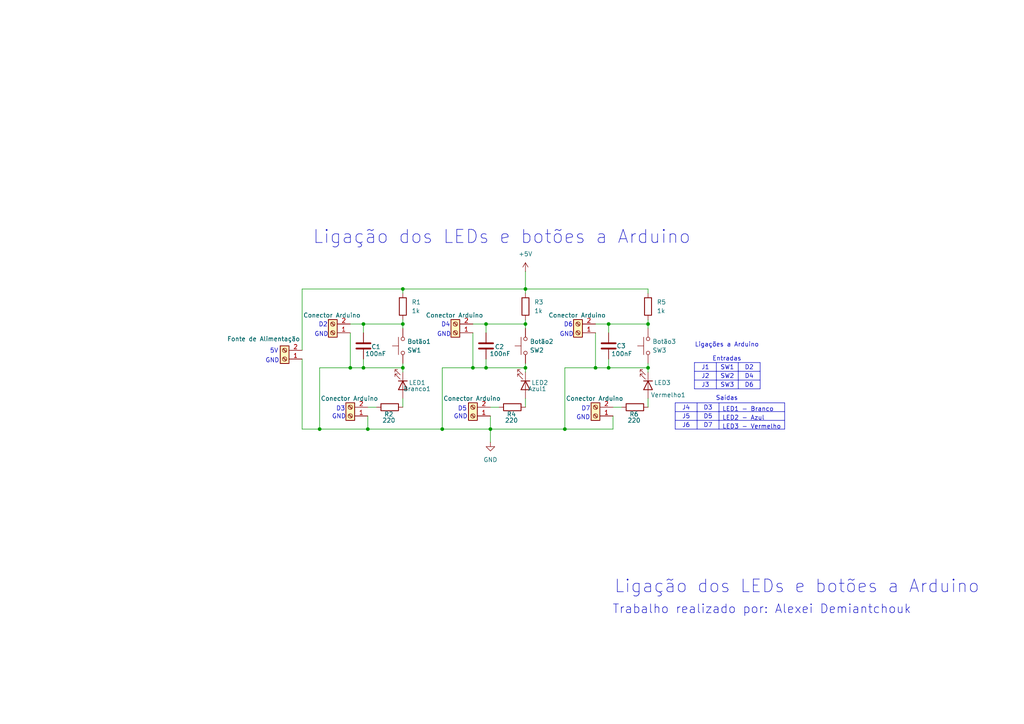
<source format=kicad_sch>
(kicad_sch
	(version 20250114)
	(generator "eeschema")
	(generator_version "9.0")
	(uuid "03a84de0-eb02-41a9-a21e-02f6fb0c87ab")
	(paper "A4")
	(title_block
		(title "Ligação dos LEDs e botões a Arduino")
		(date "07.10.2025")
		(rev "V1.0")
		(company "IEFP - Mazagão")
	)
	(lib_symbols
		(symbol "Connector:Screw_Terminal_01x02"
			(pin_names
				(offset 1.016)
				(hide yes)
			)
			(exclude_from_sim no)
			(in_bom yes)
			(on_board yes)
			(property "Reference" "J"
				(at 0 2.54 0)
				(effects
					(font
						(size 1.27 1.27)
					)
				)
			)
			(property "Value" "Screw_Terminal_01x02"
				(at 0 -5.08 0)
				(effects
					(font
						(size 1.27 1.27)
					)
				)
			)
			(property "Footprint" ""
				(at 0 0 0)
				(effects
					(font
						(size 1.27 1.27)
					)
					(hide yes)
				)
			)
			(property "Datasheet" "~"
				(at 0 0 0)
				(effects
					(font
						(size 1.27 1.27)
					)
					(hide yes)
				)
			)
			(property "Description" "Generic screw terminal, single row, 01x02, script generated (kicad-library-utils/schlib/autogen/connector/)"
				(at 0 0 0)
				(effects
					(font
						(size 1.27 1.27)
					)
					(hide yes)
				)
			)
			(property "ki_keywords" "screw terminal"
				(at 0 0 0)
				(effects
					(font
						(size 1.27 1.27)
					)
					(hide yes)
				)
			)
			(property "ki_fp_filters" "TerminalBlock*:*"
				(at 0 0 0)
				(effects
					(font
						(size 1.27 1.27)
					)
					(hide yes)
				)
			)
			(symbol "Screw_Terminal_01x02_1_1"
				(rectangle
					(start -1.27 1.27)
					(end 1.27 -3.81)
					(stroke
						(width 0.254)
						(type default)
					)
					(fill
						(type background)
					)
				)
				(polyline
					(pts
						(xy -0.5334 0.3302) (xy 0.3302 -0.508)
					)
					(stroke
						(width 0.1524)
						(type default)
					)
					(fill
						(type none)
					)
				)
				(polyline
					(pts
						(xy -0.5334 -2.2098) (xy 0.3302 -3.048)
					)
					(stroke
						(width 0.1524)
						(type default)
					)
					(fill
						(type none)
					)
				)
				(polyline
					(pts
						(xy -0.3556 0.508) (xy 0.508 -0.3302)
					)
					(stroke
						(width 0.1524)
						(type default)
					)
					(fill
						(type none)
					)
				)
				(polyline
					(pts
						(xy -0.3556 -2.032) (xy 0.508 -2.8702)
					)
					(stroke
						(width 0.1524)
						(type default)
					)
					(fill
						(type none)
					)
				)
				(circle
					(center 0 0)
					(radius 0.635)
					(stroke
						(width 0.1524)
						(type default)
					)
					(fill
						(type none)
					)
				)
				(circle
					(center 0 -2.54)
					(radius 0.635)
					(stroke
						(width 0.1524)
						(type default)
					)
					(fill
						(type none)
					)
				)
				(pin passive line
					(at -5.08 0 0)
					(length 3.81)
					(name "Pin_1"
						(effects
							(font
								(size 1.27 1.27)
							)
						)
					)
					(number "1"
						(effects
							(font
								(size 1.27 1.27)
							)
						)
					)
				)
				(pin passive line
					(at -5.08 -2.54 0)
					(length 3.81)
					(name "Pin_2"
						(effects
							(font
								(size 1.27 1.27)
							)
						)
					)
					(number "2"
						(effects
							(font
								(size 1.27 1.27)
							)
						)
					)
				)
			)
			(embedded_fonts no)
		)
		(symbol "Device:C"
			(pin_numbers
				(hide yes)
			)
			(pin_names
				(offset 0.254)
			)
			(exclude_from_sim no)
			(in_bom yes)
			(on_board yes)
			(property "Reference" "C"
				(at 0.635 2.54 0)
				(effects
					(font
						(size 1.27 1.27)
					)
					(justify left)
				)
			)
			(property "Value" "C"
				(at 0.635 -2.54 0)
				(effects
					(font
						(size 1.27 1.27)
					)
					(justify left)
				)
			)
			(property "Footprint" ""
				(at 0.9652 -3.81 0)
				(effects
					(font
						(size 1.27 1.27)
					)
					(hide yes)
				)
			)
			(property "Datasheet" "~"
				(at 0 0 0)
				(effects
					(font
						(size 1.27 1.27)
					)
					(hide yes)
				)
			)
			(property "Description" "Unpolarized capacitor"
				(at 0 0 0)
				(effects
					(font
						(size 1.27 1.27)
					)
					(hide yes)
				)
			)
			(property "ki_keywords" "cap capacitor"
				(at 0 0 0)
				(effects
					(font
						(size 1.27 1.27)
					)
					(hide yes)
				)
			)
			(property "ki_fp_filters" "C_*"
				(at 0 0 0)
				(effects
					(font
						(size 1.27 1.27)
					)
					(hide yes)
				)
			)
			(symbol "C_0_1"
				(polyline
					(pts
						(xy -2.032 0.762) (xy 2.032 0.762)
					)
					(stroke
						(width 0.508)
						(type default)
					)
					(fill
						(type none)
					)
				)
				(polyline
					(pts
						(xy -2.032 -0.762) (xy 2.032 -0.762)
					)
					(stroke
						(width 0.508)
						(type default)
					)
					(fill
						(type none)
					)
				)
			)
			(symbol "C_1_1"
				(pin passive line
					(at 0 3.81 270)
					(length 2.794)
					(name "~"
						(effects
							(font
								(size 1.27 1.27)
							)
						)
					)
					(number "1"
						(effects
							(font
								(size 1.27 1.27)
							)
						)
					)
				)
				(pin passive line
					(at 0 -3.81 90)
					(length 2.794)
					(name "~"
						(effects
							(font
								(size 1.27 1.27)
							)
						)
					)
					(number "2"
						(effects
							(font
								(size 1.27 1.27)
							)
						)
					)
				)
			)
			(embedded_fonts no)
		)
		(symbol "Device:LED"
			(pin_numbers
				(hide yes)
			)
			(pin_names
				(offset 1.016)
				(hide yes)
			)
			(exclude_from_sim no)
			(in_bom yes)
			(on_board yes)
			(property "Reference" "D"
				(at 0 2.54 0)
				(effects
					(font
						(size 1.27 1.27)
					)
				)
			)
			(property "Value" "LED"
				(at 0 -2.54 0)
				(effects
					(font
						(size 1.27 1.27)
					)
				)
			)
			(property "Footprint" ""
				(at 0 0 0)
				(effects
					(font
						(size 1.27 1.27)
					)
					(hide yes)
				)
			)
			(property "Datasheet" "~"
				(at 0 0 0)
				(effects
					(font
						(size 1.27 1.27)
					)
					(hide yes)
				)
			)
			(property "Description" "Light emitting diode"
				(at 0 0 0)
				(effects
					(font
						(size 1.27 1.27)
					)
					(hide yes)
				)
			)
			(property "Sim.Pins" "1=K 2=A"
				(at 0 0 0)
				(effects
					(font
						(size 1.27 1.27)
					)
					(hide yes)
				)
			)
			(property "ki_keywords" "LED diode"
				(at 0 0 0)
				(effects
					(font
						(size 1.27 1.27)
					)
					(hide yes)
				)
			)
			(property "ki_fp_filters" "LED* LED_SMD:* LED_THT:*"
				(at 0 0 0)
				(effects
					(font
						(size 1.27 1.27)
					)
					(hide yes)
				)
			)
			(symbol "LED_0_1"
				(polyline
					(pts
						(xy -3.048 -0.762) (xy -4.572 -2.286) (xy -3.81 -2.286) (xy -4.572 -2.286) (xy -4.572 -1.524)
					)
					(stroke
						(width 0)
						(type default)
					)
					(fill
						(type none)
					)
				)
				(polyline
					(pts
						(xy -1.778 -0.762) (xy -3.302 -2.286) (xy -2.54 -2.286) (xy -3.302 -2.286) (xy -3.302 -1.524)
					)
					(stroke
						(width 0)
						(type default)
					)
					(fill
						(type none)
					)
				)
				(polyline
					(pts
						(xy -1.27 0) (xy 1.27 0)
					)
					(stroke
						(width 0)
						(type default)
					)
					(fill
						(type none)
					)
				)
				(polyline
					(pts
						(xy -1.27 -1.27) (xy -1.27 1.27)
					)
					(stroke
						(width 0.254)
						(type default)
					)
					(fill
						(type none)
					)
				)
				(polyline
					(pts
						(xy 1.27 -1.27) (xy 1.27 1.27) (xy -1.27 0) (xy 1.27 -1.27)
					)
					(stroke
						(width 0.254)
						(type default)
					)
					(fill
						(type none)
					)
				)
			)
			(symbol "LED_1_1"
				(pin passive line
					(at -3.81 0 0)
					(length 2.54)
					(name "K"
						(effects
							(font
								(size 1.27 1.27)
							)
						)
					)
					(number "1"
						(effects
							(font
								(size 1.27 1.27)
							)
						)
					)
				)
				(pin passive line
					(at 3.81 0 180)
					(length 2.54)
					(name "A"
						(effects
							(font
								(size 1.27 1.27)
							)
						)
					)
					(number "2"
						(effects
							(font
								(size 1.27 1.27)
							)
						)
					)
				)
			)
			(embedded_fonts no)
		)
		(symbol "Device:R"
			(pin_numbers
				(hide yes)
			)
			(pin_names
				(offset 0)
			)
			(exclude_from_sim no)
			(in_bom yes)
			(on_board yes)
			(property "Reference" "R"
				(at 2.032 0 90)
				(effects
					(font
						(size 1.27 1.27)
					)
				)
			)
			(property "Value" "R"
				(at 0 0 90)
				(effects
					(font
						(size 1.27 1.27)
					)
				)
			)
			(property "Footprint" ""
				(at -1.778 0 90)
				(effects
					(font
						(size 1.27 1.27)
					)
					(hide yes)
				)
			)
			(property "Datasheet" "~"
				(at 0 0 0)
				(effects
					(font
						(size 1.27 1.27)
					)
					(hide yes)
				)
			)
			(property "Description" "Resistor"
				(at 0 0 0)
				(effects
					(font
						(size 1.27 1.27)
					)
					(hide yes)
				)
			)
			(property "ki_keywords" "R res resistor"
				(at 0 0 0)
				(effects
					(font
						(size 1.27 1.27)
					)
					(hide yes)
				)
			)
			(property "ki_fp_filters" "R_*"
				(at 0 0 0)
				(effects
					(font
						(size 1.27 1.27)
					)
					(hide yes)
				)
			)
			(symbol "R_0_1"
				(rectangle
					(start -1.016 -2.54)
					(end 1.016 2.54)
					(stroke
						(width 0.254)
						(type default)
					)
					(fill
						(type none)
					)
				)
			)
			(symbol "R_1_1"
				(pin passive line
					(at 0 3.81 270)
					(length 1.27)
					(name "~"
						(effects
							(font
								(size 1.27 1.27)
							)
						)
					)
					(number "1"
						(effects
							(font
								(size 1.27 1.27)
							)
						)
					)
				)
				(pin passive line
					(at 0 -3.81 90)
					(length 1.27)
					(name "~"
						(effects
							(font
								(size 1.27 1.27)
							)
						)
					)
					(number "2"
						(effects
							(font
								(size 1.27 1.27)
							)
						)
					)
				)
			)
			(embedded_fonts no)
		)
		(symbol "Switch:SW_Push"
			(pin_numbers
				(hide yes)
			)
			(pin_names
				(offset 1.016)
				(hide yes)
			)
			(exclude_from_sim no)
			(in_bom yes)
			(on_board yes)
			(property "Reference" "SW"
				(at 1.27 2.54 0)
				(effects
					(font
						(size 1.27 1.27)
					)
					(justify left)
				)
			)
			(property "Value" "SW_Push"
				(at 0 -1.524 0)
				(effects
					(font
						(size 1.27 1.27)
					)
				)
			)
			(property "Footprint" ""
				(at 0 5.08 0)
				(effects
					(font
						(size 1.27 1.27)
					)
					(hide yes)
				)
			)
			(property "Datasheet" "~"
				(at 0 5.08 0)
				(effects
					(font
						(size 1.27 1.27)
					)
					(hide yes)
				)
			)
			(property "Description" "Push button switch, generic, two pins"
				(at 0 0 0)
				(effects
					(font
						(size 1.27 1.27)
					)
					(hide yes)
				)
			)
			(property "ki_keywords" "switch normally-open pushbutton push-button"
				(at 0 0 0)
				(effects
					(font
						(size 1.27 1.27)
					)
					(hide yes)
				)
			)
			(symbol "SW_Push_0_1"
				(circle
					(center -2.032 0)
					(radius 0.508)
					(stroke
						(width 0)
						(type default)
					)
					(fill
						(type none)
					)
				)
				(polyline
					(pts
						(xy 0 1.27) (xy 0 3.048)
					)
					(stroke
						(width 0)
						(type default)
					)
					(fill
						(type none)
					)
				)
				(circle
					(center 2.032 0)
					(radius 0.508)
					(stroke
						(width 0)
						(type default)
					)
					(fill
						(type none)
					)
				)
				(polyline
					(pts
						(xy 2.54 1.27) (xy -2.54 1.27)
					)
					(stroke
						(width 0)
						(type default)
					)
					(fill
						(type none)
					)
				)
				(pin passive line
					(at -5.08 0 0)
					(length 2.54)
					(name "1"
						(effects
							(font
								(size 1.27 1.27)
							)
						)
					)
					(number "1"
						(effects
							(font
								(size 1.27 1.27)
							)
						)
					)
				)
				(pin passive line
					(at 5.08 0 180)
					(length 2.54)
					(name "2"
						(effects
							(font
								(size 1.27 1.27)
							)
						)
					)
					(number "2"
						(effects
							(font
								(size 1.27 1.27)
							)
						)
					)
				)
			)
			(embedded_fonts no)
		)
		(symbol "power:+5V"
			(power)
			(pin_numbers
				(hide yes)
			)
			(pin_names
				(offset 0)
				(hide yes)
			)
			(exclude_from_sim no)
			(in_bom yes)
			(on_board yes)
			(property "Reference" "#PWR"
				(at 0 -3.81 0)
				(effects
					(font
						(size 1.27 1.27)
					)
					(hide yes)
				)
			)
			(property "Value" "+5V"
				(at 0 3.556 0)
				(effects
					(font
						(size 1.27 1.27)
					)
				)
			)
			(property "Footprint" ""
				(at 0 0 0)
				(effects
					(font
						(size 1.27 1.27)
					)
					(hide yes)
				)
			)
			(property "Datasheet" ""
				(at 0 0 0)
				(effects
					(font
						(size 1.27 1.27)
					)
					(hide yes)
				)
			)
			(property "Description" "Power symbol creates a global label with name \"+5V\""
				(at 0 0 0)
				(effects
					(font
						(size 1.27 1.27)
					)
					(hide yes)
				)
			)
			(property "ki_keywords" "global power"
				(at 0 0 0)
				(effects
					(font
						(size 1.27 1.27)
					)
					(hide yes)
				)
			)
			(symbol "+5V_0_1"
				(polyline
					(pts
						(xy -0.762 1.27) (xy 0 2.54)
					)
					(stroke
						(width 0)
						(type default)
					)
					(fill
						(type none)
					)
				)
				(polyline
					(pts
						(xy 0 2.54) (xy 0.762 1.27)
					)
					(stroke
						(width 0)
						(type default)
					)
					(fill
						(type none)
					)
				)
				(polyline
					(pts
						(xy 0 0) (xy 0 2.54)
					)
					(stroke
						(width 0)
						(type default)
					)
					(fill
						(type none)
					)
				)
			)
			(symbol "+5V_1_1"
				(pin power_in line
					(at 0 0 90)
					(length 0)
					(name "~"
						(effects
							(font
								(size 1.27 1.27)
							)
						)
					)
					(number "1"
						(effects
							(font
								(size 1.27 1.27)
							)
						)
					)
				)
			)
			(embedded_fonts no)
		)
		(symbol "power:GND"
			(power)
			(pin_numbers
				(hide yes)
			)
			(pin_names
				(offset 0)
				(hide yes)
			)
			(exclude_from_sim no)
			(in_bom yes)
			(on_board yes)
			(property "Reference" "#PWR"
				(at 0 -6.35 0)
				(effects
					(font
						(size 1.27 1.27)
					)
					(hide yes)
				)
			)
			(property "Value" "GND"
				(at 0 -3.81 0)
				(effects
					(font
						(size 1.27 1.27)
					)
				)
			)
			(property "Footprint" ""
				(at 0 0 0)
				(effects
					(font
						(size 1.27 1.27)
					)
					(hide yes)
				)
			)
			(property "Datasheet" ""
				(at 0 0 0)
				(effects
					(font
						(size 1.27 1.27)
					)
					(hide yes)
				)
			)
			(property "Description" "Power symbol creates a global label with name \"GND\" , ground"
				(at 0 0 0)
				(effects
					(font
						(size 1.27 1.27)
					)
					(hide yes)
				)
			)
			(property "ki_keywords" "global power"
				(at 0 0 0)
				(effects
					(font
						(size 1.27 1.27)
					)
					(hide yes)
				)
			)
			(symbol "GND_0_1"
				(polyline
					(pts
						(xy 0 0) (xy 0 -1.27) (xy 1.27 -1.27) (xy 0 -2.54) (xy -1.27 -1.27) (xy 0 -1.27)
					)
					(stroke
						(width 0)
						(type default)
					)
					(fill
						(type none)
					)
				)
			)
			(symbol "GND_1_1"
				(pin power_in line
					(at 0 0 270)
					(length 0)
					(name "~"
						(effects
							(font
								(size 1.27 1.27)
							)
						)
					)
					(number "1"
						(effects
							(font
								(size 1.27 1.27)
							)
						)
					)
				)
			)
			(embedded_fonts no)
		)
	)
	(text "GND"
		(exclude_from_sim no)
		(at 133.604 120.904 0)
		(effects
			(font
				(size 1.27 1.27)
			)
		)
		(uuid "0e955db2-a3a7-4de4-ada6-3944f2146913")
	)
	(text "GND"
		(exclude_from_sim no)
		(at 98.298 120.904 0)
		(effects
			(font
				(size 1.27 1.27)
			)
		)
		(uuid "1a5bfe40-2822-4240-a57f-7185ce1e01bb")
	)
	(text "GND"
		(exclude_from_sim no)
		(at 164.338 97.028 0)
		(effects
			(font
				(size 1.27 1.27)
			)
		)
		(uuid "24de431a-cba8-4011-ba81-f1d05c455591")
	)
	(text "D7"
		(exclude_from_sim no)
		(at 169.926 118.618 0)
		(effects
			(font
				(size 1.27 1.27)
			)
		)
		(uuid "258c22b0-6faf-4079-85b7-9faab6b44b9e")
	)
	(text "Saídas"
		(exclude_from_sim no)
		(at 210.82 115.57 0)
		(effects
			(font
				(size 1.27 1.27)
			)
		)
		(uuid "33db9454-39d8-4e54-98ed-eb8decc0e2b2")
	)
	(text "D4"
		(exclude_from_sim no)
		(at 129.286 94.234 0)
		(effects
			(font
				(size 1.27 1.27)
			)
		)
		(uuid "372007da-87d3-4a91-9419-2c5660de76a6")
	)
	(text "D3"
		(exclude_from_sim no)
		(at 98.806 118.618 0)
		(effects
			(font
				(size 1.27 1.27)
			)
		)
		(uuid "3b928c2d-9069-4b2f-9f28-c31ca9cfe97c")
	)
	(text "GND"
		(exclude_from_sim no)
		(at 78.994 104.648 0)
		(effects
			(font
				(size 1.27 1.27)
			)
		)
		(uuid "3e741f60-272b-4046-bb81-f5f5d774ec10")
	)
	(text "GND"
		(exclude_from_sim no)
		(at 128.778 97.028 0)
		(effects
			(font
				(size 1.27 1.27)
			)
		)
		(uuid "47aa0cd2-e10a-499b-b0ec-7228b572e1c1")
	)
	(text "Ligação dos LEDs e botões a Arduino"
		(exclude_from_sim no)
		(at 231.14 170.18 0)
		(effects
			(font
				(size 3.683 3.683)
			)
		)
		(uuid "4ba1ed97-301e-43d4-8367-f00adf38ec7a")
	)
	(text "5V"
		(exclude_from_sim no)
		(at 79.502 101.854 0)
		(effects
			(font
				(size 1.27 1.27)
			)
		)
		(uuid "593b86b7-0656-4b82-91c7-61e8f0f44ec8")
	)
	(text "Ligações a Arduino"
		(exclude_from_sim no)
		(at 210.82 100.076 0)
		(effects
			(font
				(size 1.27 1.27)
			)
		)
		(uuid "60cd1de6-41ad-4472-8efe-cf183b7bcadb")
	)
	(text "Trabalho realizado por: Alexei Demiantchouk"
		(exclude_from_sim no)
		(at 220.98 176.784 0)
		(effects
			(font
				(size 2.54 2.54)
			)
		)
		(uuid "73ee063c-9c71-4bfa-a5bc-b75e22427703")
	)
	(text "D2"
		(exclude_from_sim no)
		(at 93.726 94.234 0)
		(effects
			(font
				(size 1.27 1.27)
			)
		)
		(uuid "7570f948-4e81-4fd6-873a-481114b71a75")
	)
	(text "Ligação dos LEDs e botões a Arduino"
		(exclude_from_sim no)
		(at 145.542 68.834 0)
		(effects
			(font
				(size 3.81 3.81)
			)
		)
		(uuid "80807172-c964-45d3-9071-81b602a6182a")
	)
	(text "D6"
		(exclude_from_sim no)
		(at 164.846 94.234 0)
		(effects
			(font
				(size 1.27 1.27)
			)
		)
		(uuid "a16ef7a4-0233-4db1-a692-66f427248f21")
	)
	(text "Entradas"
		(exclude_from_sim no)
		(at 210.82 104.14 0)
		(effects
			(font
				(size 1.27 1.27)
			)
		)
		(uuid "a48ead87-8b2c-498f-aeb6-47d43d47f655")
	)
	(text "D5"
		(exclude_from_sim no)
		(at 134.112 118.618 0)
		(effects
			(font
				(size 1.27 1.27)
			)
		)
		(uuid "cc48f4c9-55c4-4686-a87a-c9b755e003d7")
	)
	(text "GND"
		(exclude_from_sim no)
		(at 169.164 121.158 0)
		(effects
			(font
				(size 1.27 1.27)
			)
		)
		(uuid "e0fe2877-c090-48b1-a3f7-3bc5f3adc0f9")
	)
	(text "GND"
		(exclude_from_sim no)
		(at 93.218 97.028 0)
		(effects
			(font
				(size 1.27 1.27)
			)
		)
		(uuid "e479a4a8-68f3-449e-8149-4279146e394b")
	)
	(junction
		(at 101.6 106.68)
		(diameter 0)
		(color 0 0 0 0)
		(uuid "127d2c4f-7778-47e7-ad72-fcd87f41910c")
	)
	(junction
		(at 105.41 106.68)
		(diameter 0)
		(color 0 0 0 0)
		(uuid "187a5ab1-4cd1-482a-a5ef-8f97500380ac")
	)
	(junction
		(at 92.71 124.46)
		(diameter 0)
		(color 0 0 0 0)
		(uuid "2777770d-9559-47ed-ad79-8a6beda62eff")
	)
	(junction
		(at 163.83 124.46)
		(diameter 0)
		(color 0 0 0 0)
		(uuid "424df74d-71e9-408b-a068-e3e34c1b53c5")
	)
	(junction
		(at 172.72 106.68)
		(diameter 0)
		(color 0 0 0 0)
		(uuid "4286fad2-58b2-47b1-8d10-f243b77d20e6")
	)
	(junction
		(at 140.97 106.68)
		(diameter 0)
		(color 0 0 0 0)
		(uuid "4af86d86-3ebb-4e11-ba9b-a7d942032086")
	)
	(junction
		(at 152.4 106.68)
		(diameter 0)
		(color 0 0 0 0)
		(uuid "549e849a-8dff-49ec-8939-0abbf6ce2188")
	)
	(junction
		(at 105.41 93.98)
		(diameter 0)
		(color 0 0 0 0)
		(uuid "6fa97081-e6e6-4a12-bcec-1a7937cf74b2")
	)
	(junction
		(at 176.53 93.98)
		(diameter 0)
		(color 0 0 0 0)
		(uuid "729da6e6-1584-4f60-9aa4-05e6936b9032")
	)
	(junction
		(at 187.96 93.98)
		(diameter 0)
		(color 0 0 0 0)
		(uuid "78667854-1f66-4421-b607-028337deb5a9")
	)
	(junction
		(at 152.4 83.82)
		(diameter 0)
		(color 0 0 0 0)
		(uuid "8c638eea-47f6-4b08-8f5a-8d8ff804276a")
	)
	(junction
		(at 128.27 124.46)
		(diameter 0)
		(color 0 0 0 0)
		(uuid "8dd8fc25-15a8-4a70-a7f5-3a982cc1b694")
	)
	(junction
		(at 116.84 106.68)
		(diameter 0)
		(color 0 0 0 0)
		(uuid "abcd71cc-0859-4002-8342-a3d5d91d0286")
	)
	(junction
		(at 116.84 83.82)
		(diameter 0)
		(color 0 0 0 0)
		(uuid "b375deb0-1f37-4679-b335-46d823353e01")
	)
	(junction
		(at 187.96 106.68)
		(diameter 0)
		(color 0 0 0 0)
		(uuid "b51199ea-5372-4b8b-ae4c-b637197460d2")
	)
	(junction
		(at 142.24 124.46)
		(diameter 0)
		(color 0 0 0 0)
		(uuid "b8379122-000e-4605-9780-d612895fecbf")
	)
	(junction
		(at 137.16 106.68)
		(diameter 0)
		(color 0 0 0 0)
		(uuid "cf16e46c-54c9-49d3-b8aa-e0c93519557f")
	)
	(junction
		(at 140.97 93.98)
		(diameter 0)
		(color 0 0 0 0)
		(uuid "d2e2b010-e9b7-40ca-a855-3ab105cf1f2a")
	)
	(junction
		(at 116.84 93.98)
		(diameter 0)
		(color 0 0 0 0)
		(uuid "d78e85b6-6db4-477d-bc67-10cf38f699d3")
	)
	(junction
		(at 106.68 124.46)
		(diameter 0)
		(color 0 0 0 0)
		(uuid "e3cd970d-f596-4784-88b8-4f85a3f2f8e5")
	)
	(junction
		(at 176.53 106.68)
		(diameter 0)
		(color 0 0 0 0)
		(uuid "e48ccd86-f8a9-4974-b6df-6b76fb8765ca")
	)
	(junction
		(at 152.4 93.98)
		(diameter 0)
		(color 0 0 0 0)
		(uuid "fb9909db-e6fd-42da-9e36-660bdc93796a")
	)
	(wire
		(pts
			(xy 116.84 93.98) (xy 116.84 95.25)
		)
		(stroke
			(width 0)
			(type default)
		)
		(uuid "00083c2f-6b6e-46ef-8545-1e11398b6d3f")
	)
	(wire
		(pts
			(xy 92.71 106.68) (xy 101.6 106.68)
		)
		(stroke
			(width 0)
			(type default)
		)
		(uuid "0482fdfe-a80e-4b3f-a80c-51625231b2af")
	)
	(wire
		(pts
			(xy 172.72 93.98) (xy 176.53 93.98)
		)
		(stroke
			(width 0)
			(type default)
		)
		(uuid "07212f0e-4a2c-4bd5-8508-6f97853cde56")
	)
	(wire
		(pts
			(xy 137.16 106.68) (xy 140.97 106.68)
		)
		(stroke
			(width 0)
			(type default)
		)
		(uuid "072a806b-562f-4c63-8589-050a80ed1b7b")
	)
	(wire
		(pts
			(xy 142.24 124.46) (xy 142.24 128.27)
		)
		(stroke
			(width 0)
			(type default)
		)
		(uuid "1385f204-c4a8-41a1-ad64-ed1550ba3077")
	)
	(wire
		(pts
			(xy 177.8 118.11) (xy 180.34 118.11)
		)
		(stroke
			(width 0)
			(type default)
		)
		(uuid "1763dba4-89a3-4dbb-829f-bedc2dabf792")
	)
	(wire
		(pts
			(xy 87.63 101.6) (xy 87.63 83.82)
		)
		(stroke
			(width 0)
			(type default)
		)
		(uuid "176c941e-4c23-4a35-af51-89b0fce10947")
	)
	(wire
		(pts
			(xy 152.4 92.71) (xy 152.4 93.98)
		)
		(stroke
			(width 0)
			(type default)
		)
		(uuid "2010a5f3-9bc1-42fc-a9f4-8ffdc96790bd")
	)
	(wire
		(pts
			(xy 163.83 106.68) (xy 172.72 106.68)
		)
		(stroke
			(width 0)
			(type default)
		)
		(uuid "2baf7f03-6346-4a77-9f79-0bf8858ef01d")
	)
	(wire
		(pts
			(xy 105.41 104.14) (xy 105.41 106.68)
		)
		(stroke
			(width 0)
			(type default)
		)
		(uuid "2c848bf0-86bb-4106-98a9-c4fbd8581f8d")
	)
	(wire
		(pts
			(xy 152.4 93.98) (xy 152.4 95.25)
		)
		(stroke
			(width 0)
			(type default)
		)
		(uuid "2cfd7d5a-30f4-460d-9706-34cd874703bb")
	)
	(wire
		(pts
			(xy 176.53 96.52) (xy 176.53 93.98)
		)
		(stroke
			(width 0)
			(type default)
		)
		(uuid "2d7f6538-ad6c-4cf9-b95b-a5019394517e")
	)
	(wire
		(pts
			(xy 142.24 124.46) (xy 163.83 124.46)
		)
		(stroke
			(width 0)
			(type default)
		)
		(uuid "348e6dfc-b9d0-4ec2-945f-031c70d91bb6")
	)
	(wire
		(pts
			(xy 187.96 92.71) (xy 187.96 93.98)
		)
		(stroke
			(width 0)
			(type default)
		)
		(uuid "3e403bdf-61ab-4a6f-a4f7-de4aa835e661")
	)
	(wire
		(pts
			(xy 187.96 107.95) (xy 187.96 106.68)
		)
		(stroke
			(width 0)
			(type default)
		)
		(uuid "3ea1d327-fdbe-4b3c-ac3c-ca2e0590c98e")
	)
	(wire
		(pts
			(xy 106.68 118.11) (xy 109.22 118.11)
		)
		(stroke
			(width 0)
			(type default)
		)
		(uuid "439432f2-43e3-4fbc-b0f0-1e847f8071bb")
	)
	(wire
		(pts
			(xy 172.72 96.52) (xy 172.72 106.68)
		)
		(stroke
			(width 0)
			(type default)
		)
		(uuid "449f4ccc-8662-4ef5-8be3-80cbf2c2ef2a")
	)
	(wire
		(pts
			(xy 116.84 107.95) (xy 116.84 106.68)
		)
		(stroke
			(width 0)
			(type default)
		)
		(uuid "44d8913d-5b7a-48f4-92fb-b0df01372632")
	)
	(wire
		(pts
			(xy 101.6 93.98) (xy 105.41 93.98)
		)
		(stroke
			(width 0)
			(type default)
		)
		(uuid "4a252eaa-f721-43b6-8998-a5b9c0a3ddfc")
	)
	(wire
		(pts
			(xy 87.63 83.82) (xy 116.84 83.82)
		)
		(stroke
			(width 0)
			(type default)
		)
		(uuid "4d27eb18-4070-42a4-8cbe-02b642749036")
	)
	(wire
		(pts
			(xy 106.68 124.46) (xy 128.27 124.46)
		)
		(stroke
			(width 0)
			(type default)
		)
		(uuid "4f67cc63-6d46-4143-9b31-de322ad5e233")
	)
	(wire
		(pts
			(xy 116.84 83.82) (xy 116.84 85.09)
		)
		(stroke
			(width 0)
			(type default)
		)
		(uuid "568598d2-d63d-4e83-8cc9-de1f62c522c6")
	)
	(wire
		(pts
			(xy 137.16 93.98) (xy 140.97 93.98)
		)
		(stroke
			(width 0)
			(type default)
		)
		(uuid "5947e36d-2856-4465-9df6-77da019d216d")
	)
	(wire
		(pts
			(xy 176.53 104.14) (xy 176.53 106.68)
		)
		(stroke
			(width 0)
			(type default)
		)
		(uuid "5be27771-e7e9-4fde-8a0f-ebb051eca059")
	)
	(wire
		(pts
			(xy 187.96 93.98) (xy 187.96 95.25)
		)
		(stroke
			(width 0)
			(type default)
		)
		(uuid "5e893152-3013-452d-b55a-c1c5badc3ed1")
	)
	(wire
		(pts
			(xy 187.96 106.68) (xy 176.53 106.68)
		)
		(stroke
			(width 0)
			(type default)
		)
		(uuid "5f21daae-7cf4-41a4-9ae3-2acbd3941095")
	)
	(wire
		(pts
			(xy 172.72 106.68) (xy 176.53 106.68)
		)
		(stroke
			(width 0)
			(type default)
		)
		(uuid "6661b700-1626-4c21-8c61-1e83855b2dbf")
	)
	(wire
		(pts
			(xy 140.97 96.52) (xy 140.97 93.98)
		)
		(stroke
			(width 0)
			(type default)
		)
		(uuid "6805412b-dce5-4e69-818b-f8b61da51e9e")
	)
	(wire
		(pts
			(xy 187.96 83.82) (xy 152.4 83.82)
		)
		(stroke
			(width 0)
			(type default)
		)
		(uuid "6dbaf93e-e49e-46cc-9a33-0a65a87f76e0")
	)
	(wire
		(pts
			(xy 152.4 107.95) (xy 152.4 106.68)
		)
		(stroke
			(width 0)
			(type default)
		)
		(uuid "6dd06563-b6cb-42fd-9e93-2a97b5b475a1")
	)
	(wire
		(pts
			(xy 105.41 93.98) (xy 116.84 93.98)
		)
		(stroke
			(width 0)
			(type default)
		)
		(uuid "7a25ad0b-0d4d-4ef6-a200-48f621411020")
	)
	(wire
		(pts
			(xy 128.27 106.68) (xy 137.16 106.68)
		)
		(stroke
			(width 0)
			(type default)
		)
		(uuid "8375ab82-3be7-4089-8f9d-e61a7864d137")
	)
	(wire
		(pts
			(xy 177.8 124.46) (xy 163.83 124.46)
		)
		(stroke
			(width 0)
			(type default)
		)
		(uuid "85287d07-5996-4d20-bdcf-3783f16d6d56")
	)
	(wire
		(pts
			(xy 106.68 120.65) (xy 106.68 124.46)
		)
		(stroke
			(width 0)
			(type default)
		)
		(uuid "864f209a-f47a-490d-92d3-ce0e684cb2ac")
	)
	(wire
		(pts
			(xy 187.96 115.57) (xy 187.96 118.11)
		)
		(stroke
			(width 0)
			(type default)
		)
		(uuid "86f0b28a-ed62-4bb5-9705-c934f90fcab1")
	)
	(wire
		(pts
			(xy 116.84 92.71) (xy 116.84 93.98)
		)
		(stroke
			(width 0)
			(type default)
		)
		(uuid "89482b8b-80d4-47c0-902d-d0a83ccfb060")
	)
	(wire
		(pts
			(xy 105.41 106.68) (xy 116.84 106.68)
		)
		(stroke
			(width 0)
			(type default)
		)
		(uuid "8ed5ac54-2d22-4fbe-9b4a-d38236c15254")
	)
	(wire
		(pts
			(xy 142.24 120.65) (xy 142.24 124.46)
		)
		(stroke
			(width 0)
			(type default)
		)
		(uuid "9e5818d5-11bb-4935-b95b-a9af0584415b")
	)
	(wire
		(pts
			(xy 152.4 105.41) (xy 152.4 106.68)
		)
		(stroke
			(width 0)
			(type default)
		)
		(uuid "a45fba87-aec8-451a-8ed2-97f3e5d9b441")
	)
	(wire
		(pts
			(xy 116.84 115.57) (xy 116.84 118.11)
		)
		(stroke
			(width 0)
			(type default)
		)
		(uuid "a8c14ccf-b542-45aa-a95b-a55f8c5b3cba")
	)
	(wire
		(pts
			(xy 163.83 124.46) (xy 163.83 106.68)
		)
		(stroke
			(width 0)
			(type default)
		)
		(uuid "b0283af0-ecf7-4c72-82fd-aff24f355287")
	)
	(wire
		(pts
			(xy 187.96 105.41) (xy 187.96 106.68)
		)
		(stroke
			(width 0)
			(type default)
		)
		(uuid "b16bb1ce-31c9-4e3b-8e69-1c7784ca24f3")
	)
	(wire
		(pts
			(xy 92.71 124.46) (xy 106.68 124.46)
		)
		(stroke
			(width 0)
			(type default)
		)
		(uuid "b2d50a95-c80d-482d-b2e4-7b9415a66238")
	)
	(wire
		(pts
			(xy 105.41 96.52) (xy 105.41 93.98)
		)
		(stroke
			(width 0)
			(type default)
		)
		(uuid "b4a7b101-3b67-4fed-a2cc-7c630abe4906")
	)
	(wire
		(pts
			(xy 142.24 118.11) (xy 144.78 118.11)
		)
		(stroke
			(width 0)
			(type default)
		)
		(uuid "b830f220-9e0d-437e-bf69-86b3cf585a96")
	)
	(wire
		(pts
			(xy 176.53 93.98) (xy 187.96 93.98)
		)
		(stroke
			(width 0)
			(type default)
		)
		(uuid "bae2ef17-8b44-4599-abde-95871d82d0ee")
	)
	(wire
		(pts
			(xy 187.96 85.09) (xy 187.96 83.82)
		)
		(stroke
			(width 0)
			(type default)
		)
		(uuid "baf8fcb3-99f4-4703-81a0-a1b41dd34c5e")
	)
	(wire
		(pts
			(xy 87.63 104.14) (xy 87.63 124.46)
		)
		(stroke
			(width 0)
			(type default)
		)
		(uuid "c443d066-d19f-4b1d-a49f-68d11830f04c")
	)
	(wire
		(pts
			(xy 140.97 104.14) (xy 140.97 106.68)
		)
		(stroke
			(width 0)
			(type default)
		)
		(uuid "c49bbeab-90ab-406c-9fde-104ac2df2d4b")
	)
	(wire
		(pts
			(xy 101.6 106.68) (xy 105.41 106.68)
		)
		(stroke
			(width 0)
			(type default)
		)
		(uuid "c947fd65-b0c5-4ef6-a200-8114f0f78d08")
	)
	(wire
		(pts
			(xy 177.8 120.65) (xy 177.8 124.46)
		)
		(stroke
			(width 0)
			(type default)
		)
		(uuid "cf297c1c-56e8-4efe-8c4b-ce9fbd0f4504")
	)
	(wire
		(pts
			(xy 128.27 124.46) (xy 142.24 124.46)
		)
		(stroke
			(width 0)
			(type default)
		)
		(uuid "cfb9ca5d-bae5-482e-aa16-46a78695bde5")
	)
	(wire
		(pts
			(xy 140.97 93.98) (xy 152.4 93.98)
		)
		(stroke
			(width 0)
			(type default)
		)
		(uuid "d58f6830-35ab-4ed7-a928-e67b59127dad")
	)
	(wire
		(pts
			(xy 152.4 115.57) (xy 152.4 118.11)
		)
		(stroke
			(width 0)
			(type default)
		)
		(uuid "d840253c-d09b-46d0-84fa-244d1de09a00")
	)
	(wire
		(pts
			(xy 152.4 106.68) (xy 140.97 106.68)
		)
		(stroke
			(width 0)
			(type default)
		)
		(uuid "da4b4038-9824-4ca1-b1fb-4c5d7f26eef9")
	)
	(wire
		(pts
			(xy 87.63 124.46) (xy 92.71 124.46)
		)
		(stroke
			(width 0)
			(type default)
		)
		(uuid "e00f9a16-368c-461a-a605-0991123efa65")
	)
	(wire
		(pts
			(xy 152.4 78.74) (xy 152.4 83.82)
		)
		(stroke
			(width 0)
			(type default)
		)
		(uuid "e3bf3ae8-a366-4eed-b9c2-61c13eff1173")
	)
	(wire
		(pts
			(xy 116.84 83.82) (xy 152.4 83.82)
		)
		(stroke
			(width 0)
			(type default)
		)
		(uuid "e9f34724-9de7-439c-bdbc-22760be3c2d3")
	)
	(wire
		(pts
			(xy 116.84 105.41) (xy 116.84 106.68)
		)
		(stroke
			(width 0)
			(type default)
		)
		(uuid "ec6285a4-dcbf-433f-8397-6e07076ab147")
	)
	(wire
		(pts
			(xy 128.27 124.46) (xy 128.27 106.68)
		)
		(stroke
			(width 0)
			(type default)
		)
		(uuid "ecf95f4f-f5f8-4140-801d-8720930cad9f")
	)
	(wire
		(pts
			(xy 137.16 96.52) (xy 137.16 106.68)
		)
		(stroke
			(width 0)
			(type default)
		)
		(uuid "ed50ac46-f849-4c6a-b327-372bb39951db")
	)
	(wire
		(pts
			(xy 152.4 83.82) (xy 152.4 85.09)
		)
		(stroke
			(width 0)
			(type default)
		)
		(uuid "f0ab1f92-d469-4abe-9a5d-aec97ee754ff")
	)
	(wire
		(pts
			(xy 92.71 124.46) (xy 92.71 106.68)
		)
		(stroke
			(width 0)
			(type default)
		)
		(uuid "fc8d209a-23cd-4206-a662-2b21de1d1509")
	)
	(wire
		(pts
			(xy 101.6 96.52) (xy 101.6 106.68)
		)
		(stroke
			(width 0)
			(type default)
		)
		(uuid "feacc189-1047-4594-aee0-543f67e43044")
	)
	(table
		(column_count 3)
		(border
			(external yes)
			(header yes)
			(stroke
				(width 0)
				(type solid)
			)
		)
		(separators
			(rows yes)
			(cols yes)
			(stroke
				(width 0)
				(type solid)
			)
		)
		(column_widths 6.35 6.35 6.35)
		(row_heights 2.54 2.54 2.54)
		(cells
			(table_cell "J1"
				(exclude_from_sim no)
				(at 201.422 105.156 0)
				(size 6.35 2.54)
				(margins 0.9525 0.9525 0.9525 0.9525)
				(span 1 1)
				(fill
					(type none)
				)
				(effects
					(font
						(size 1.27 1.27)
					)
				)
				(uuid "3db348f0-6545-436a-b76f-d87e0f1cb776")
			)
			(table_cell "SW1"
				(exclude_from_sim no)
				(at 207.772 105.156 0)
				(size 6.35 2.54)
				(margins 0.9525 0.9525 0.9525 0.9525)
				(span 1 1)
				(fill
					(type none)
				)
				(effects
					(font
						(size 1.27 1.27)
					)
				)
				(uuid "78e6e9ce-4ac1-401b-822c-3b6eaec5172c")
			)
			(table_cell "D2"
				(exclude_from_sim no)
				(at 214.122 105.156 0)
				(size 6.35 2.54)
				(margins 0.9525 0.9525 0.9525 0.9525)
				(span 1 1)
				(fill
					(type none)
				)
				(effects
					(font
						(size 1.27 1.27)
					)
				)
				(uuid "bbf434bc-c4c2-4716-972a-f47a9f5f8b47")
			)
			(table_cell "J2"
				(exclude_from_sim no)
				(at 201.422 107.696 0)
				(size 6.35 2.54)
				(margins 0.9525 0.9525 0.9525 0.9525)
				(span 1 1)
				(fill
					(type none)
				)
				(effects
					(font
						(size 1.27 1.27)
					)
				)
				(uuid "f43c3834-e05b-4dd5-b3b7-ad594860f6a2")
			)
			(table_cell "SW2"
				(exclude_from_sim no)
				(at 207.772 107.696 0)
				(size 6.35 2.54)
				(margins 0.9525 0.9525 0.9525 0.9525)
				(span 1 1)
				(fill
					(type none)
				)
				(effects
					(font
						(size 1.27 1.27)
					)
				)
				(uuid "fd9c68d5-efc6-473c-b825-747870c59984")
			)
			(table_cell "D4"
				(exclude_from_sim no)
				(at 214.122 107.696 0)
				(size 6.35 2.54)
				(margins 0.9525 0.9525 0.9525 0.9525)
				(span 1 1)
				(fill
					(type none)
				)
				(effects
					(font
						(size 1.27 1.27)
					)
				)
				(uuid "785062e7-25ed-4f81-adc5-d76662c1b0b6")
			)
			(table_cell "J3"
				(exclude_from_sim no)
				(at 201.422 110.236 0)
				(size 6.35 2.54)
				(margins 0.9525 0.9525 0.9525 0.9525)
				(span 1 1)
				(fill
					(type none)
				)
				(effects
					(font
						(size 1.27 1.27)
					)
				)
				(uuid "c145a33b-1cd5-462a-ba28-e2de7852935d")
			)
			(table_cell "SW3"
				(exclude_from_sim no)
				(at 207.772 110.236 0)
				(size 6.35 2.54)
				(margins 0.9525 0.9525 0.9525 0.9525)
				(span 1 1)
				(fill
					(type none)
				)
				(effects
					(font
						(size 1.27 1.27)
					)
				)
				(uuid "e7e7470e-599f-405c-a6f9-08caf9e2e6be")
			)
			(table_cell "D6"
				(exclude_from_sim no)
				(at 214.122 110.236 0)
				(size 6.35 2.54)
				(margins 0.9525 0.9525 0.9525 0.9525)
				(span 1 1)
				(fill
					(type none)
				)
				(effects
					(font
						(size 1.27 1.27)
					)
				)
				(uuid "3ecdf4c4-e0a0-4c67-98af-dce777d64c86")
			)
		)
	)
	(table
		(column_count 3)
		(border
			(external yes)
			(header yes)
			(stroke
				(width 0)
				(type solid)
			)
		)
		(separators
			(rows yes)
			(cols yes)
			(stroke
				(width 0)
				(type solid)
			)
		)
		(column_widths 6.35 6.35 19.05)
		(row_heights 2.54 2.54 2.54)
		(cells
			(table_cell "J4"
				(exclude_from_sim no)
				(at 195.834 116.84 0)
				(size 6.35 2.54)
				(margins 0.9525 0.9525 0.9525 0.9525)
				(span 1 1)
				(fill
					(type none)
				)
				(effects
					(font
						(size 1.27 1.27)
					)
				)
				(uuid "8a2a61f7-69e1-4af3-9e85-6a4574eb44d6")
			)
			(table_cell "D3"
				(exclude_from_sim no)
				(at 202.184 116.84 0)
				(size 6.35 2.54)
				(margins 0.9525 0.9525 0.9525 0.9525)
				(span 1 1)
				(fill
					(type none)
				)
				(effects
					(font
						(size 1.27 1.27)
					)
				)
				(uuid "68b67a81-ff98-469f-b135-ddf73c0a506c")
			)
			(table_cell "LED1 - Branco"
				(exclude_from_sim no)
				(at 208.534 116.84 0)
				(size 19.05 2.54)
				(margins 0.9525 0.9525 0.9525 0.9525)
				(span 1 1)
				(fill
					(type none)
				)
				(effects
					(font
						(size 1.27 1.27)
					)
					(justify left top)
				)
				(uuid "2f9da590-e58d-4e91-9435-d927a9535053")
			)
			(table_cell "J5"
				(exclude_from_sim no)
				(at 195.834 119.38 0)
				(size 6.35 2.54)
				(margins 0.9525 0.9525 0.9525 0.9525)
				(span 1 1)
				(fill
					(type none)
				)
				(effects
					(font
						(size 1.27 1.27)
					)
				)
				(uuid "bb5f49c8-ca4b-44cf-a5bd-e1aeb1693624")
			)
			(table_cell "D5"
				(exclude_from_sim no)
				(at 202.184 119.38 0)
				(size 6.35 2.54)
				(margins 0.9525 0.9525 0.9525 0.9525)
				(span 1 1)
				(fill
					(type none)
				)
				(effects
					(font
						(size 1.27 1.27)
					)
				)
				(uuid "64b3c3cf-1a8f-4306-8ac9-06b20a2188e9")
			)
			(table_cell "LED2 - Azul"
				(exclude_from_sim no)
				(at 208.534 119.38 0)
				(size 19.05 2.54)
				(margins 0.9525 0.9525 0.9525 0.9525)
				(span 1 1)
				(fill
					(type none)
				)
				(effects
					(font
						(size 1.27 1.27)
					)
					(justify left top)
				)
				(uuid "ff0a4c49-fb41-4e44-9c6b-ab7144c52960")
			)
			(table_cell "J6"
				(exclude_from_sim no)
				(at 195.834 121.92 0)
				(size 6.35 2.54)
				(margins 0.9525 0.9525 0.9525 0.9525)
				(span 1 1)
				(fill
					(type none)
				)
				(effects
					(font
						(size 1.27 1.27)
					)
				)
				(uuid "4b7f7f0f-c8ff-4487-bb5a-f1fdfcdece01")
			)
			(table_cell "D7"
				(exclude_from_sim no)
				(at 202.184 121.92 0)
				(size 6.35 2.54)
				(margins 0.9525 0.9525 0.9525 0.9525)
				(span 1 1)
				(fill
					(type none)
				)
				(effects
					(font
						(size 1.27 1.27)
					)
				)
				(uuid "68181729-43ce-4e81-84a1-09a3afc918c3")
			)
			(table_cell "LED3 - Vermelho"
				(exclude_from_sim no)
				(at 208.534 121.92 0)
				(size 19.05 2.54)
				(margins 0.9525 0.9525 0.9525 0.9525)
				(span 1 1)
				(fill
					(type none)
				)
				(effects
					(font
						(size 1.27 1.27)
					)
					(justify left top)
				)
				(uuid "9383099c-28e6-493a-acfd-964d11df1d0a")
			)
		)
	)
	(symbol
		(lib_id "Switch:SW_Push")
		(at 116.84 100.33 90)
		(unit 1)
		(exclude_from_sim no)
		(in_bom yes)
		(on_board yes)
		(dnp no)
		(fields_autoplaced yes)
		(uuid "05158968-6805-4490-8af5-2f61d6b90776")
		(property "Reference" "Botão1"
			(at 118.11 99.0599 90)
			(effects
				(font
					(size 1.27 1.27)
				)
				(justify right)
			)
		)
		(property "Value" "SW1"
			(at 118.11 101.5999 90)
			(effects
				(font
					(size 1.27 1.27)
				)
				(justify right)
			)
		)
		(property "Footprint" "Button_Switch_THT:SW_PUSH_6mm_H7.3mm"
			(at 111.76 100.33 0)
			(effects
				(font
					(size 1.27 1.27)
				)
				(hide yes)
			)
		)
		(property "Datasheet" "~"
			(at 111.76 100.33 0)
			(effects
				(font
					(size 1.27 1.27)
				)
				(hide yes)
			)
		)
		(property "Description" "Push button switch, generic, two pins"
			(at 116.84 100.33 0)
			(effects
				(font
					(size 1.27 1.27)
				)
				(hide yes)
			)
		)
		(pin "2"
			(uuid "4baf2c20-995a-4471-9260-62c1dcfdd825")
		)
		(pin "1"
			(uuid "9cda824d-96d3-4315-97fb-326de3e886da")
		)
		(instances
			(project ""
				(path "/03a84de0-eb02-41a9-a21e-02f6fb0c87ab"
					(reference "Botão1")
					(unit 1)
				)
			)
		)
	)
	(symbol
		(lib_id "Connector:Screw_Terminal_01x02")
		(at 137.16 120.65 180)
		(unit 1)
		(exclude_from_sim no)
		(in_bom yes)
		(on_board yes)
		(dnp no)
		(uuid "23dd46e1-c226-4c94-b560-b68f1a13ea7b")
		(property "Reference" "J5"
			(at 137.16 111.76 0)
			(effects
				(font
					(size 1.27 1.27)
				)
				(hide yes)
			)
		)
		(property "Value" "Conector Arduino"
			(at 136.906 115.57 0)
			(effects
				(font
					(size 1.27 1.27)
				)
			)
		)
		(property "Footprint" "TerminalBlock_MetzConnect:TerminalBlock_MetzConnect_Type205_RT04502UBLC_1x02_P5.00mm_45Degree"
			(at 137.16 120.65 0)
			(effects
				(font
					(size 1.27 1.27)
				)
				(hide yes)
			)
		)
		(property "Datasheet" "~"
			(at 137.16 120.65 0)
			(effects
				(font
					(size 1.27 1.27)
				)
				(hide yes)
			)
		)
		(property "Description" "Generic screw terminal, single row, 01x02, script generated (kicad-library-utils/schlib/autogen/connector/)"
			(at 137.16 120.65 0)
			(effects
				(font
					(size 1.27 1.27)
				)
				(hide yes)
			)
		)
		(pin "2"
			(uuid "417d8338-3dc1-490f-8fb1-bcc57ed53e6f")
		)
		(pin "1"
			(uuid "0f5705a0-2383-4cf8-97f7-f2bedca657e2")
		)
		(instances
			(project "Exercício - Ligar os LEDs com 2 e 3 botões"
				(path "/03a84de0-eb02-41a9-a21e-02f6fb0c87ab"
					(reference "J5")
					(unit 1)
				)
			)
		)
	)
	(symbol
		(lib_id "Device:R")
		(at 184.15 118.11 270)
		(unit 1)
		(exclude_from_sim no)
		(in_bom yes)
		(on_board yes)
		(dnp no)
		(uuid "244a2482-d72e-418d-98c0-f052ecde2b99")
		(property "Reference" "R6"
			(at 183.896 120.142 90)
			(effects
				(font
					(size 1.27 1.27)
				)
			)
		)
		(property "Value" "220"
			(at 183.896 121.92 90)
			(effects
				(font
					(size 1.27 1.27)
				)
			)
		)
		(property "Footprint" "Resistor_THT:R_Axial_DIN0207_L6.3mm_D2.5mm_P10.16mm_Horizontal"
			(at 184.15 116.332 90)
			(effects
				(font
					(size 1.27 1.27)
				)
				(hide yes)
			)
		)
		(property "Datasheet" "~"
			(at 184.15 118.11 0)
			(effects
				(font
					(size 1.27 1.27)
				)
				(hide yes)
			)
		)
		(property "Description" "Resistor"
			(at 184.15 118.11 0)
			(effects
				(font
					(size 1.27 1.27)
				)
				(hide yes)
			)
		)
		(pin "1"
			(uuid "009f2b99-8887-45da-b79e-c3f24740b88a")
		)
		(pin "2"
			(uuid "2f295df9-c874-46ef-a96b-db751828a526")
		)
		(instances
			(project "Exercício - Ligar os LEDs com 2 e 3 botões"
				(path "/03a84de0-eb02-41a9-a21e-02f6fb0c87ab"
					(reference "R6")
					(unit 1)
				)
			)
		)
	)
	(symbol
		(lib_id "Switch:SW_Push")
		(at 187.96 100.33 90)
		(unit 1)
		(exclude_from_sim no)
		(in_bom yes)
		(on_board yes)
		(dnp no)
		(fields_autoplaced yes)
		(uuid "3324fd44-d205-40ba-92bf-312bc018de9e")
		(property "Reference" "Botão3"
			(at 189.23 99.0599 90)
			(effects
				(font
					(size 1.27 1.27)
				)
				(justify right)
			)
		)
		(property "Value" "SW3"
			(at 189.23 101.5999 90)
			(effects
				(font
					(size 1.27 1.27)
				)
				(justify right)
			)
		)
		(property "Footprint" "Button_Switch_THT:SW_PUSH_6mm_H7.3mm"
			(at 182.88 100.33 0)
			(effects
				(font
					(size 1.27 1.27)
				)
				(hide yes)
			)
		)
		(property "Datasheet" "~"
			(at 182.88 100.33 0)
			(effects
				(font
					(size 1.27 1.27)
				)
				(hide yes)
			)
		)
		(property "Description" "Push button switch, generic, two pins"
			(at 187.96 100.33 0)
			(effects
				(font
					(size 1.27 1.27)
				)
				(hide yes)
			)
		)
		(pin "2"
			(uuid "6bb96c75-507b-42a0-a30e-7c19a69098fc")
		)
		(pin "1"
			(uuid "1c64548d-afa6-4efc-8722-86bd07a3a645")
		)
		(instances
			(project "Exercício - Ligar os LEDs com 2 e 3 botões"
				(path "/03a84de0-eb02-41a9-a21e-02f6fb0c87ab"
					(reference "Botão3")
					(unit 1)
				)
			)
		)
	)
	(symbol
		(lib_id "Device:C")
		(at 105.41 100.33 0)
		(unit 1)
		(exclude_from_sim no)
		(in_bom yes)
		(on_board yes)
		(dnp no)
		(uuid "343c1480-5ede-4621-9073-86e865db7636")
		(property "Reference" "C1"
			(at 107.696 100.584 0)
			(effects
				(font
					(size 1.27 1.27)
				)
				(justify left)
			)
		)
		(property "Value" "100nF"
			(at 105.918 102.616 0)
			(effects
				(font
					(size 1.27 1.27)
				)
				(justify left)
			)
		)
		(property "Footprint" "Capacitor_THT:C_Disc_D5.0mm_W2.5mm_P5.00mm"
			(at 106.3752 104.14 0)
			(effects
				(font
					(size 1.27 1.27)
				)
				(hide yes)
			)
		)
		(property "Datasheet" "~"
			(at 105.41 100.33 0)
			(effects
				(font
					(size 1.27 1.27)
				)
				(hide yes)
			)
		)
		(property "Description" "Unpolarized capacitor"
			(at 105.41 100.33 0)
			(effects
				(font
					(size 1.27 1.27)
				)
				(hide yes)
			)
		)
		(pin "2"
			(uuid "eec42417-8af2-45ae-a76f-98d019c4d1e3")
		)
		(pin "1"
			(uuid "bb26b3e5-b3db-4448-9c79-1480a4cfbaa3")
		)
		(instances
			(project ""
				(path "/03a84de0-eb02-41a9-a21e-02f6fb0c87ab"
					(reference "C1")
					(unit 1)
				)
			)
		)
	)
	(symbol
		(lib_id "Switch:SW_Push")
		(at 152.4 100.33 90)
		(unit 1)
		(exclude_from_sim no)
		(in_bom yes)
		(on_board yes)
		(dnp no)
		(fields_autoplaced yes)
		(uuid "461f260c-d023-4c78-a7b6-a35f96f7fa04")
		(property "Reference" "Botão2"
			(at 153.67 99.0599 90)
			(effects
				(font
					(size 1.27 1.27)
				)
				(justify right)
			)
		)
		(property "Value" "SW2"
			(at 153.67 101.5999 90)
			(effects
				(font
					(size 1.27 1.27)
				)
				(justify right)
			)
		)
		(property "Footprint" "Button_Switch_THT:SW_PUSH_6mm_H7.3mm"
			(at 147.32 100.33 0)
			(effects
				(font
					(size 1.27 1.27)
				)
				(hide yes)
			)
		)
		(property "Datasheet" "~"
			(at 147.32 100.33 0)
			(effects
				(font
					(size 1.27 1.27)
				)
				(hide yes)
			)
		)
		(property "Description" "Push button switch, generic, two pins"
			(at 152.4 100.33 0)
			(effects
				(font
					(size 1.27 1.27)
				)
				(hide yes)
			)
		)
		(pin "2"
			(uuid "01d31d30-b791-45a6-922b-5c3c1808fc06")
		)
		(pin "1"
			(uuid "5c707059-8aa0-4348-9f66-2e80d11821aa")
		)
		(instances
			(project "Exercício - Ligar os LEDs com 2 e 3 botões"
				(path "/03a84de0-eb02-41a9-a21e-02f6fb0c87ab"
					(reference "Botão2")
					(unit 1)
				)
			)
		)
	)
	(symbol
		(lib_id "Device:C")
		(at 140.97 100.33 0)
		(unit 1)
		(exclude_from_sim no)
		(in_bom yes)
		(on_board yes)
		(dnp no)
		(uuid "4af1efcb-e87a-41bc-9e9b-b2abb7517e9a")
		(property "Reference" "C2"
			(at 143.51 100.584 0)
			(effects
				(font
					(size 1.27 1.27)
				)
				(justify left)
			)
		)
		(property "Value" "100nF"
			(at 141.986 102.616 0)
			(effects
				(font
					(size 1.27 1.27)
				)
				(justify left)
			)
		)
		(property "Footprint" "Capacitor_THT:C_Disc_D5.0mm_W2.5mm_P5.00mm"
			(at 141.9352 104.14 0)
			(effects
				(font
					(size 1.27 1.27)
				)
				(hide yes)
			)
		)
		(property "Datasheet" "~"
			(at 140.97 100.33 0)
			(effects
				(font
					(size 1.27 1.27)
				)
				(hide yes)
			)
		)
		(property "Description" "Unpolarized capacitor"
			(at 140.97 100.33 0)
			(effects
				(font
					(size 1.27 1.27)
				)
				(hide yes)
			)
		)
		(pin "2"
			(uuid "1955c4d9-ab46-42bf-990a-4d5ef7ae8336")
		)
		(pin "1"
			(uuid "31d685f5-cf98-456e-8eda-111cec7c34cd")
		)
		(instances
			(project "Exercício - Ligar os LEDs com 2 e 3 botões"
				(path "/03a84de0-eb02-41a9-a21e-02f6fb0c87ab"
					(reference "C2")
					(unit 1)
				)
			)
		)
	)
	(symbol
		(lib_id "Device:R")
		(at 187.96 88.9 0)
		(unit 1)
		(exclude_from_sim no)
		(in_bom yes)
		(on_board yes)
		(dnp no)
		(fields_autoplaced yes)
		(uuid "500b6f1c-4aa0-417a-af30-5c70659d866e")
		(property "Reference" "R5"
			(at 190.5 87.6299 0)
			(effects
				(font
					(size 1.27 1.27)
				)
				(justify left)
			)
		)
		(property "Value" "1k"
			(at 190.5 90.1699 0)
			(effects
				(font
					(size 1.27 1.27)
				)
				(justify left)
			)
		)
		(property "Footprint" "Resistor_THT:R_Axial_DIN0207_L6.3mm_D2.5mm_P10.16mm_Horizontal"
			(at 186.182 88.9 90)
			(effects
				(font
					(size 1.27 1.27)
				)
				(hide yes)
			)
		)
		(property "Datasheet" "~"
			(at 187.96 88.9 0)
			(effects
				(font
					(size 1.27 1.27)
				)
				(hide yes)
			)
		)
		(property "Description" "Resistor"
			(at 187.96 88.9 0)
			(effects
				(font
					(size 1.27 1.27)
				)
				(hide yes)
			)
		)
		(pin "1"
			(uuid "2f9d5aa6-e5d3-44db-a113-006c4bef3d95")
		)
		(pin "2"
			(uuid "aec5b4d2-1cdb-4aac-a2a7-d54cb6e7e361")
		)
		(instances
			(project "Exercício - Ligar os LEDs com 2 e 3 botões"
				(path "/03a84de0-eb02-41a9-a21e-02f6fb0c87ab"
					(reference "R5")
					(unit 1)
				)
			)
		)
	)
	(symbol
		(lib_id "Device:R")
		(at 148.59 118.11 270)
		(unit 1)
		(exclude_from_sim no)
		(in_bom yes)
		(on_board yes)
		(dnp no)
		(uuid "8bc5b2f9-434d-4680-8e62-16b069b67279")
		(property "Reference" "R4"
			(at 148.336 120.142 90)
			(effects
				(font
					(size 1.27 1.27)
				)
			)
		)
		(property "Value" "220"
			(at 148.336 121.92 90)
			(effects
				(font
					(size 1.27 1.27)
				)
			)
		)
		(property "Footprint" "Resistor_THT:R_Axial_DIN0207_L6.3mm_D2.5mm_P10.16mm_Horizontal"
			(at 148.59 116.332 90)
			(effects
				(font
					(size 1.27 1.27)
				)
				(hide yes)
			)
		)
		(property "Datasheet" "~"
			(at 148.59 118.11 0)
			(effects
				(font
					(size 1.27 1.27)
				)
				(hide yes)
			)
		)
		(property "Description" "Resistor"
			(at 148.59 118.11 0)
			(effects
				(font
					(size 1.27 1.27)
				)
				(hide yes)
			)
		)
		(pin "1"
			(uuid "54b15d9c-7275-4287-a990-57a27453c30e")
		)
		(pin "2"
			(uuid "f4221790-932c-453e-8818-60c23171ae72")
		)
		(instances
			(project "Exercício - Ligar os LEDs com 2 e 3 botões"
				(path "/03a84de0-eb02-41a9-a21e-02f6fb0c87ab"
					(reference "R4")
					(unit 1)
				)
			)
		)
	)
	(symbol
		(lib_id "Connector:Screw_Terminal_01x02")
		(at 172.72 120.65 180)
		(unit 1)
		(exclude_from_sim no)
		(in_bom yes)
		(on_board yes)
		(dnp no)
		(uuid "8bd5be52-218a-444c-acdb-00dc766f65dc")
		(property "Reference" "J6"
			(at 172.72 111.76 0)
			(effects
				(font
					(size 1.27 1.27)
				)
				(hide yes)
			)
		)
		(property "Value" "Conector Arduino"
			(at 172.466 115.57 0)
			(effects
				(font
					(size 1.27 1.27)
				)
			)
		)
		(property "Footprint" "TerminalBlock_MetzConnect:TerminalBlock_MetzConnect_Type205_RT04502UBLC_1x02_P5.00mm_45Degree"
			(at 172.72 120.65 0)
			(effects
				(font
					(size 1.27 1.27)
				)
				(hide yes)
			)
		)
		(property "Datasheet" "~"
			(at 172.72 120.65 0)
			(effects
				(font
					(size 1.27 1.27)
				)
				(hide yes)
			)
		)
		(property "Description" "Generic screw terminal, single row, 01x02, script generated (kicad-library-utils/schlib/autogen/connector/)"
			(at 172.72 120.65 0)
			(effects
				(font
					(size 1.27 1.27)
				)
				(hide yes)
			)
		)
		(pin "2"
			(uuid "22799281-391c-401e-9fc8-51a41ca2a0d7")
		)
		(pin "1"
			(uuid "3006ddfe-084f-47f1-ad50-b2baa2ddf05c")
		)
		(instances
			(project "Exercício - Ligar os LEDs com 2 e 3 botões"
				(path "/03a84de0-eb02-41a9-a21e-02f6fb0c87ab"
					(reference "J6")
					(unit 1)
				)
			)
		)
	)
	(symbol
		(lib_id "Device:R")
		(at 152.4 88.9 0)
		(unit 1)
		(exclude_from_sim no)
		(in_bom yes)
		(on_board yes)
		(dnp no)
		(fields_autoplaced yes)
		(uuid "9d35048a-c331-4ce9-be1c-4c7a66896a01")
		(property "Reference" "R3"
			(at 154.94 87.6299 0)
			(effects
				(font
					(size 1.27 1.27)
				)
				(justify left)
			)
		)
		(property "Value" "1k"
			(at 154.94 90.1699 0)
			(effects
				(font
					(size 1.27 1.27)
				)
				(justify left)
			)
		)
		(property "Footprint" "Resistor_THT:R_Axial_DIN0207_L6.3mm_D2.5mm_P10.16mm_Horizontal"
			(at 150.622 88.9 90)
			(effects
				(font
					(size 1.27 1.27)
				)
				(hide yes)
			)
		)
		(property "Datasheet" "~"
			(at 152.4 88.9 0)
			(effects
				(font
					(size 1.27 1.27)
				)
				(hide yes)
			)
		)
		(property "Description" "Resistor"
			(at 152.4 88.9 0)
			(effects
				(font
					(size 1.27 1.27)
				)
				(hide yes)
			)
		)
		(pin "1"
			(uuid "3c568526-031c-40e6-b516-54092e27f51b")
		)
		(pin "2"
			(uuid "49444fbc-d8f8-4cd4-932a-d9cca886183a")
		)
		(instances
			(project "Exercício - Ligar os LEDs com 2 e 3 botões"
				(path "/03a84de0-eb02-41a9-a21e-02f6fb0c87ab"
					(reference "R3")
					(unit 1)
				)
			)
		)
	)
	(symbol
		(lib_id "Connector:Screw_Terminal_01x02")
		(at 101.6 120.65 180)
		(unit 1)
		(exclude_from_sim no)
		(in_bom yes)
		(on_board yes)
		(dnp no)
		(uuid "a8ca92cd-e7dd-4217-912f-a1fba2168aba")
		(property "Reference" "J4"
			(at 101.6 111.76 0)
			(effects
				(font
					(size 1.27 1.27)
				)
				(hide yes)
			)
		)
		(property "Value" "Conector Arduino"
			(at 101.346 115.57 0)
			(effects
				(font
					(size 1.27 1.27)
				)
			)
		)
		(property "Footprint" "TerminalBlock_MetzConnect:TerminalBlock_MetzConnect_Type205_RT04502UBLC_1x02_P5.00mm_45Degree"
			(at 101.6 120.65 0)
			(effects
				(font
					(size 1.27 1.27)
				)
				(hide yes)
			)
		)
		(property "Datasheet" "~"
			(at 101.6 120.65 0)
			(effects
				(font
					(size 1.27 1.27)
				)
				(hide yes)
			)
		)
		(property "Description" "Generic screw terminal, single row, 01x02, script generated (kicad-library-utils/schlib/autogen/connector/)"
			(at 101.6 120.65 0)
			(effects
				(font
					(size 1.27 1.27)
				)
				(hide yes)
			)
		)
		(pin "2"
			(uuid "71cbaf04-a2f6-4197-8fd9-44fa6f7a2da9")
		)
		(pin "1"
			(uuid "cacac47e-f422-46ae-9ebf-212a3c0b4c6c")
		)
		(instances
			(project "Exercício - Ligar os LEDs com 2 e 3 botões"
				(path "/03a84de0-eb02-41a9-a21e-02f6fb0c87ab"
					(reference "J4")
					(unit 1)
				)
			)
		)
	)
	(symbol
		(lib_id "Device:LED")
		(at 116.84 111.76 270)
		(unit 1)
		(exclude_from_sim no)
		(in_bom yes)
		(on_board yes)
		(dnp no)
		(uuid "bb7d73ff-d2fd-43a3-83f8-580ef00bc388")
		(property "Reference" "Branco1"
			(at 124.968 112.776 90)
			(effects
				(font
					(size 1.27 1.27)
				)
				(justify right)
			)
		)
		(property "Value" "LED1"
			(at 123.444 110.998 90)
			(effects
				(font
					(size 1.27 1.27)
				)
				(justify right)
			)
		)
		(property "Footprint" "LED_THT:LED_D5.0mm"
			(at 116.84 111.76 0)
			(effects
				(font
					(size 1.27 1.27)
				)
				(hide yes)
			)
		)
		(property "Datasheet" "~"
			(at 116.84 111.76 0)
			(effects
				(font
					(size 1.27 1.27)
				)
				(hide yes)
			)
		)
		(property "Description" "Light emitting diode"
			(at 116.84 111.76 0)
			(effects
				(font
					(size 1.27 1.27)
				)
				(hide yes)
			)
		)
		(property "Sim.Pins" "1=K 2=A"
			(at 116.84 111.76 0)
			(effects
				(font
					(size 1.27 1.27)
				)
				(hide yes)
			)
		)
		(pin "1"
			(uuid "fa678a5b-bbab-4b29-ae1d-df52be85e4f0")
		)
		(pin "2"
			(uuid "16c4a2d9-e29b-47b7-a9cc-4de8050d1eed")
		)
		(instances
			(project "Exercício - Ligar os LEDs com 2 e 3 botões"
				(path "/03a84de0-eb02-41a9-a21e-02f6fb0c87ab"
					(reference "Branco1")
					(unit 1)
				)
			)
		)
	)
	(symbol
		(lib_id "power:GND")
		(at 142.24 128.27 0)
		(unit 1)
		(exclude_from_sim no)
		(in_bom yes)
		(on_board yes)
		(dnp no)
		(fields_autoplaced yes)
		(uuid "beb126c6-c9ec-418e-8b7b-ce128eda78ec")
		(property "Reference" "#PWR02"
			(at 142.24 134.62 0)
			(effects
				(font
					(size 1.27 1.27)
				)
				(hide yes)
			)
		)
		(property "Value" "GND"
			(at 142.24 133.35 0)
			(effects
				(font
					(size 1.27 1.27)
				)
			)
		)
		(property "Footprint" ""
			(at 142.24 128.27 0)
			(effects
				(font
					(size 1.27 1.27)
				)
				(hide yes)
			)
		)
		(property "Datasheet" ""
			(at 142.24 128.27 0)
			(effects
				(font
					(size 1.27 1.27)
				)
				(hide yes)
			)
		)
		(property "Description" "Power symbol creates a global label with name \"GND\" , ground"
			(at 142.24 128.27 0)
			(effects
				(font
					(size 1.27 1.27)
				)
				(hide yes)
			)
		)
		(pin "1"
			(uuid "72503643-7805-4d30-9307-912410043576")
		)
		(instances
			(project ""
				(path "/03a84de0-eb02-41a9-a21e-02f6fb0c87ab"
					(reference "#PWR02")
					(unit 1)
				)
			)
		)
	)
	(symbol
		(lib_id "Device:C")
		(at 176.53 100.33 0)
		(unit 1)
		(exclude_from_sim no)
		(in_bom yes)
		(on_board yes)
		(dnp no)
		(uuid "c25484d2-fad9-4031-b90d-494b311b90eb")
		(property "Reference" "C3"
			(at 178.816 100.33 0)
			(effects
				(font
					(size 1.27 1.27)
				)
				(justify left)
			)
		)
		(property "Value" "100nF"
			(at 177.292 102.616 0)
			(effects
				(font
					(size 1.27 1.27)
				)
				(justify left)
			)
		)
		(property "Footprint" "Capacitor_THT:C_Disc_D5.0mm_W2.5mm_P5.00mm"
			(at 177.4952 104.14 0)
			(effects
				(font
					(size 1.27 1.27)
				)
				(hide yes)
			)
		)
		(property "Datasheet" "~"
			(at 176.53 100.33 0)
			(effects
				(font
					(size 1.27 1.27)
				)
				(hide yes)
			)
		)
		(property "Description" "Unpolarized capacitor"
			(at 176.53 100.33 0)
			(effects
				(font
					(size 1.27 1.27)
				)
				(hide yes)
			)
		)
		(pin "2"
			(uuid "00d87227-caaa-4296-82f7-40c6ac38f176")
		)
		(pin "1"
			(uuid "5d4158d0-46f9-4e25-9e78-b0a1d3b328b0")
		)
		(instances
			(project "Exercício - Ligar os LEDs com 2 e 3 botões"
				(path "/03a84de0-eb02-41a9-a21e-02f6fb0c87ab"
					(reference "C3")
					(unit 1)
				)
			)
		)
	)
	(symbol
		(lib_id "Connector:Screw_Terminal_01x02")
		(at 167.64 96.52 180)
		(unit 1)
		(exclude_from_sim no)
		(in_bom yes)
		(on_board yes)
		(dnp no)
		(uuid "c68d8382-ae74-4aec-b03c-d46d2952a9c0")
		(property "Reference" "J3"
			(at 167.64 87.63 0)
			(effects
				(font
					(size 1.27 1.27)
				)
				(hide yes)
			)
		)
		(property "Value" "Conector Arduino"
			(at 167.386 91.44 0)
			(effects
				(font
					(size 1.27 1.27)
				)
			)
		)
		(property "Footprint" "TerminalBlock_MetzConnect:TerminalBlock_MetzConnect_Type205_RT04502UBLC_1x02_P5.00mm_45Degree"
			(at 167.64 96.52 0)
			(effects
				(font
					(size 1.27 1.27)
				)
				(hide yes)
			)
		)
		(property "Datasheet" "~"
			(at 167.64 96.52 0)
			(effects
				(font
					(size 1.27 1.27)
				)
				(hide yes)
			)
		)
		(property "Description" "Generic screw terminal, single row, 01x02, script generated (kicad-library-utils/schlib/autogen/connector/)"
			(at 167.64 96.52 0)
			(effects
				(font
					(size 1.27 1.27)
				)
				(hide yes)
			)
		)
		(pin "2"
			(uuid "d1e9a609-b687-43e2-acd2-f2fef27c43c6")
		)
		(pin "1"
			(uuid "7d050278-af61-42a0-808b-7e60002a4ff3")
		)
		(instances
			(project "Exercício - Ligar os LEDs com 2 e 3 botões"
				(path "/03a84de0-eb02-41a9-a21e-02f6fb0c87ab"
					(reference "J3")
					(unit 1)
				)
			)
		)
	)
	(symbol
		(lib_id "Connector:Screw_Terminal_01x02")
		(at 132.08 96.52 180)
		(unit 1)
		(exclude_from_sim no)
		(in_bom yes)
		(on_board yes)
		(dnp no)
		(uuid "c7606156-de36-472b-a68a-b6912767fc5f")
		(property "Reference" "J2"
			(at 132.08 87.63 0)
			(effects
				(font
					(size 1.27 1.27)
				)
				(hide yes)
			)
		)
		(property "Value" "Conector Arduino"
			(at 131.826 91.44 0)
			(effects
				(font
					(size 1.27 1.27)
				)
			)
		)
		(property "Footprint" "TerminalBlock_MetzConnect:TerminalBlock_MetzConnect_Type205_RT04502UBLC_1x02_P5.00mm_45Degree"
			(at 132.08 96.52 0)
			(effects
				(font
					(size 1.27 1.27)
				)
				(hide yes)
			)
		)
		(property "Datasheet" "~"
			(at 132.08 96.52 0)
			(effects
				(font
					(size 1.27 1.27)
				)
				(hide yes)
			)
		)
		(property "Description" "Generic screw terminal, single row, 01x02, script generated (kicad-library-utils/schlib/autogen/connector/)"
			(at 132.08 96.52 0)
			(effects
				(font
					(size 1.27 1.27)
				)
				(hide yes)
			)
		)
		(pin "2"
			(uuid "c9bc242b-f0ae-490f-bf18-6b426c067264")
		)
		(pin "1"
			(uuid "9676b0f1-ceb0-4960-8f08-3f75add84fa8")
		)
		(instances
			(project "Exercício - Ligar os LEDs com 2 e 3 botões"
				(path "/03a84de0-eb02-41a9-a21e-02f6fb0c87ab"
					(reference "J2")
					(unit 1)
				)
			)
		)
	)
	(symbol
		(lib_id "Device:R")
		(at 116.84 88.9 0)
		(unit 1)
		(exclude_from_sim no)
		(in_bom yes)
		(on_board yes)
		(dnp no)
		(fields_autoplaced yes)
		(uuid "ce0a6451-9c29-45d8-91bc-591ae48a5863")
		(property "Reference" "R1"
			(at 119.38 87.6299 0)
			(effects
				(font
					(size 1.27 1.27)
				)
				(justify left)
			)
		)
		(property "Value" "1k"
			(at 119.38 90.1699 0)
			(effects
				(font
					(size 1.27 1.27)
				)
				(justify left)
			)
		)
		(property "Footprint" "Resistor_THT:R_Axial_DIN0207_L6.3mm_D2.5mm_P10.16mm_Horizontal"
			(at 115.062 88.9 90)
			(effects
				(font
					(size 1.27 1.27)
				)
				(hide yes)
			)
		)
		(property "Datasheet" "~"
			(at 116.84 88.9 0)
			(effects
				(font
					(size 1.27 1.27)
				)
				(hide yes)
			)
		)
		(property "Description" "Resistor"
			(at 116.84 88.9 0)
			(effects
				(font
					(size 1.27 1.27)
				)
				(hide yes)
			)
		)
		(pin "1"
			(uuid "f7e89f4e-a88f-413a-b9fa-97fb3926034f")
		)
		(pin "2"
			(uuid "01b30502-ff15-4af9-b782-c349c6dd26ec")
		)
		(instances
			(project ""
				(path "/03a84de0-eb02-41a9-a21e-02f6fb0c87ab"
					(reference "R1")
					(unit 1)
				)
			)
		)
	)
	(symbol
		(lib_id "Device:LED")
		(at 152.4 111.76 270)
		(unit 1)
		(exclude_from_sim no)
		(in_bom yes)
		(on_board yes)
		(dnp no)
		(uuid "de3fb18c-5837-4f6e-820f-4757abeedc6f")
		(property "Reference" "Azul1"
			(at 158.496 112.776 90)
			(effects
				(font
					(size 1.27 1.27)
				)
				(justify right)
			)
		)
		(property "Value" "LED2"
			(at 159.004 110.998 90)
			(effects
				(font
					(size 1.27 1.27)
				)
				(justify right)
			)
		)
		(property "Footprint" "LED_THT:LED_D5.0mm"
			(at 152.4 111.76 0)
			(effects
				(font
					(size 1.27 1.27)
				)
				(hide yes)
			)
		)
		(property "Datasheet" "~"
			(at 152.4 111.76 0)
			(effects
				(font
					(size 1.27 1.27)
				)
				(hide yes)
			)
		)
		(property "Description" "Light emitting diode"
			(at 152.4 111.76 0)
			(effects
				(font
					(size 1.27 1.27)
				)
				(hide yes)
			)
		)
		(property "Sim.Pins" "1=K 2=A"
			(at 152.4 111.76 0)
			(effects
				(font
					(size 1.27 1.27)
				)
				(hide yes)
			)
		)
		(pin "1"
			(uuid "c350136d-7e4f-4b41-8946-84cd278a8711")
		)
		(pin "2"
			(uuid "756b4e8d-8fbc-4570-be80-06a0da63a4a6")
		)
		(instances
			(project "Exercício - Ligar os LEDs com 2 e 3 botões"
				(path "/03a84de0-eb02-41a9-a21e-02f6fb0c87ab"
					(reference "Azul1")
					(unit 1)
				)
			)
		)
	)
	(symbol
		(lib_id "Connector:Screw_Terminal_01x02")
		(at 96.52 96.52 180)
		(unit 1)
		(exclude_from_sim no)
		(in_bom yes)
		(on_board yes)
		(dnp no)
		(uuid "e4c13bf8-6b92-42de-8878-276488ad2d65")
		(property "Reference" "J1"
			(at 96.52 87.63 0)
			(effects
				(font
					(size 1.27 1.27)
				)
				(hide yes)
			)
		)
		(property "Value" "Conector Arduino"
			(at 96.266 91.44 0)
			(effects
				(font
					(size 1.27 1.27)
				)
			)
		)
		(property "Footprint" "TerminalBlock_MetzConnect:TerminalBlock_MetzConnect_Type205_RT04502UBLC_1x02_P5.00mm_45Degree"
			(at 96.52 96.52 0)
			(effects
				(font
					(size 1.27 1.27)
				)
				(hide yes)
			)
		)
		(property "Datasheet" "~"
			(at 96.52 96.52 0)
			(effects
				(font
					(size 1.27 1.27)
				)
				(hide yes)
			)
		)
		(property "Description" "Generic screw terminal, single row, 01x02, script generated (kicad-library-utils/schlib/autogen/connector/)"
			(at 96.52 96.52 0)
			(effects
				(font
					(size 1.27 1.27)
				)
				(hide yes)
			)
		)
		(pin "2"
			(uuid "855d32c0-496f-4403-818a-45c89d6f8a96")
		)
		(pin "1"
			(uuid "fc4774a7-ee99-4329-af12-eb632556d56f")
		)
		(instances
			(project "Exercício - Ligar os LEDs com 2 e 3 botões"
				(path "/03a84de0-eb02-41a9-a21e-02f6fb0c87ab"
					(reference "J1")
					(unit 1)
				)
			)
		)
	)
	(symbol
		(lib_id "power:+5V")
		(at 152.4 78.74 0)
		(unit 1)
		(exclude_from_sim no)
		(in_bom yes)
		(on_board yes)
		(dnp no)
		(fields_autoplaced yes)
		(uuid "e5ea4eb7-9629-4cfa-bf9e-2f79a572cd9a")
		(property "Reference" "#PWR01"
			(at 152.4 82.55 0)
			(effects
				(font
					(size 1.27 1.27)
				)
				(hide yes)
			)
		)
		(property "Value" "+5V"
			(at 152.4 73.66 0)
			(effects
				(font
					(size 1.27 1.27)
				)
			)
		)
		(property "Footprint" ""
			(at 152.4 78.74 0)
			(effects
				(font
					(size 1.27 1.27)
				)
				(hide yes)
			)
		)
		(property "Datasheet" ""
			(at 152.4 78.74 0)
			(effects
				(font
					(size 1.27 1.27)
				)
				(hide yes)
			)
		)
		(property "Description" "Power symbol creates a global label with name \"+5V\""
			(at 152.4 78.74 0)
			(effects
				(font
					(size 1.27 1.27)
				)
				(hide yes)
			)
		)
		(pin "1"
			(uuid "c52c0097-84be-4cc6-99fb-6abd20102523")
		)
		(instances
			(project ""
				(path "/03a84de0-eb02-41a9-a21e-02f6fb0c87ab"
					(reference "#PWR01")
					(unit 1)
				)
			)
		)
	)
	(symbol
		(lib_id "Device:LED")
		(at 187.96 111.76 270)
		(unit 1)
		(exclude_from_sim no)
		(in_bom yes)
		(on_board yes)
		(dnp no)
		(uuid "eb76962d-36aa-47a8-87b3-68b966512dba")
		(property "Reference" "Vermelho1"
			(at 198.882 114.554 90)
			(effects
				(font
					(size 1.27 1.27)
				)
				(justify right)
			)
		)
		(property "Value" "LED3"
			(at 194.564 110.998 90)
			(effects
				(font
					(size 1.27 1.27)
				)
				(justify right)
			)
		)
		(property "Footprint" "LED_THT:LED_D5.0mm"
			(at 187.96 111.76 0)
			(effects
				(font
					(size 1.27 1.27)
				)
				(hide yes)
			)
		)
		(property "Datasheet" "~"
			(at 187.96 111.76 0)
			(effects
				(font
					(size 1.27 1.27)
				)
				(hide yes)
			)
		)
		(property "Description" "Light emitting diode"
			(at 187.96 111.76 0)
			(effects
				(font
					(size 1.27 1.27)
				)
				(hide yes)
			)
		)
		(property "Sim.Pins" "1=K 2=A"
			(at 187.96 111.76 0)
			(effects
				(font
					(size 1.27 1.27)
				)
				(hide yes)
			)
		)
		(pin "1"
			(uuid "534a4421-7019-402a-98ff-8b7c36aa7e48")
		)
		(pin "2"
			(uuid "e21df3a5-54f9-4162-bce9-ecff7fbfd885")
		)
		(instances
			(project "Exercício - Ligar os LEDs com 2 e 3 botões"
				(path "/03a84de0-eb02-41a9-a21e-02f6fb0c87ab"
					(reference "Vermelho1")
					(unit 1)
				)
			)
		)
	)
	(symbol
		(lib_id "Connector:Screw_Terminal_01x02")
		(at 82.55 104.14 180)
		(unit 1)
		(exclude_from_sim no)
		(in_bom yes)
		(on_board yes)
		(dnp no)
		(uuid "f66d527a-f02a-4dcf-b571-4d31dae283c1")
		(property "Reference" "J7"
			(at 82.55 95.25 0)
			(effects
				(font
					(size 1.27 1.27)
				)
				(hide yes)
			)
		)
		(property "Value" "Fonte de Alimentação"
			(at 76.454 98.298 0)
			(effects
				(font
					(size 1.27 1.27)
				)
			)
		)
		(property "Footprint" "TerminalBlock_MetzConnect:TerminalBlock_MetzConnect_Type205_RT04502UBLC_1x02_P5.00mm_45Degree"
			(at 82.55 104.14 0)
			(effects
				(font
					(size 1.27 1.27)
				)
				(hide yes)
			)
		)
		(property "Datasheet" "~"
			(at 82.55 104.14 0)
			(effects
				(font
					(size 1.27 1.27)
				)
				(hide yes)
			)
		)
		(property "Description" "Generic screw terminal, single row, 01x02, script generated (kicad-library-utils/schlib/autogen/connector/)"
			(at 82.55 104.14 0)
			(effects
				(font
					(size 1.27 1.27)
				)
				(hide yes)
			)
		)
		(pin "2"
			(uuid "6ddfdacb-bb07-4152-af03-66b519d9a0a6")
		)
		(pin "1"
			(uuid "f1ad11ea-07c7-4ed5-84de-eff206d1e60d")
		)
		(instances
			(project "Exercício - Ligar os LEDs com 2 e 3 botões"
				(path "/03a84de0-eb02-41a9-a21e-02f6fb0c87ab"
					(reference "J7")
					(unit 1)
				)
			)
		)
	)
	(symbol
		(lib_id "Device:R")
		(at 113.03 118.11 270)
		(unit 1)
		(exclude_from_sim no)
		(in_bom yes)
		(on_board yes)
		(dnp no)
		(uuid "f8b7dd41-d2e8-4a36-b3cf-1c2bb2cc025b")
		(property "Reference" "R2"
			(at 112.776 120.142 90)
			(effects
				(font
					(size 1.27 1.27)
				)
			)
		)
		(property "Value" "220"
			(at 112.776 121.92 90)
			(effects
				(font
					(size 1.27 1.27)
				)
			)
		)
		(property "Footprint" "Resistor_THT:R_Axial_DIN0207_L6.3mm_D2.5mm_P10.16mm_Horizontal"
			(at 113.03 116.332 90)
			(effects
				(font
					(size 1.27 1.27)
				)
				(hide yes)
			)
		)
		(property "Datasheet" "~"
			(at 113.03 118.11 0)
			(effects
				(font
					(size 1.27 1.27)
				)
				(hide yes)
			)
		)
		(property "Description" "Resistor"
			(at 113.03 118.11 0)
			(effects
				(font
					(size 1.27 1.27)
				)
				(hide yes)
			)
		)
		(pin "1"
			(uuid "a9ef116e-a729-42bb-ac01-0a5de8ebad29")
		)
		(pin "2"
			(uuid "3fe0df88-ec51-4043-99ff-c88af918b4e8")
		)
		(instances
			(project "Exercício - Ligar os LEDs com 2 e 3 botões"
				(path "/03a84de0-eb02-41a9-a21e-02f6fb0c87ab"
					(reference "R2")
					(unit 1)
				)
			)
		)
	)
	(sheet_instances
		(path "/"
			(page "1")
		)
	)
	(embedded_fonts no)
)

</source>
